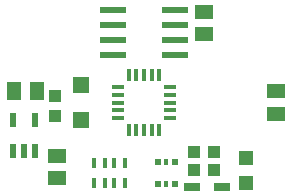
<source format=gbr>
G04 EAGLE Gerber RS-274X export*
G75*
%MOMM*%
%FSLAX34Y34*%
%LPD*%
%INSolderpaste Top*%
%IPPOS*%
%AMOC8*
5,1,8,0,0,1.08239X$1,22.5*%
G01*
%ADD10R,1.100000X0.300000*%
%ADD11R,0.300000X1.100000*%
%ADD12R,2.200000X0.600000*%
%ADD13R,1.240000X1.500000*%
%ADD14R,1.500000X1.240000*%
%ADD15R,1.400000X1.400000*%
%ADD16R,0.550000X1.200000*%
%ADD17R,1.350000X0.800000*%
%ADD18R,1.100000X1.000000*%
%ADD19R,0.500000X0.500000*%
%ADD20R,0.400000X0.500000*%
%ADD21R,0.450000X0.900000*%
%ADD22R,1.200000X1.200000*%
%ADD23R,1.000000X1.100000*%


D10*
X161700Y114000D03*
X161700Y120500D03*
X161700Y127000D03*
X161700Y133500D03*
X161700Y140000D03*
D11*
X152700Y150000D03*
X146200Y150000D03*
X139700Y150000D03*
X133200Y150000D03*
X126700Y150000D03*
D10*
X117700Y140000D03*
X117700Y133500D03*
X117700Y127000D03*
X117700Y120500D03*
X117700Y114000D03*
D11*
X126700Y104000D03*
X133200Y104000D03*
X139700Y104000D03*
X146200Y104000D03*
X152700Y104000D03*
D12*
X113700Y193040D03*
X165700Y193040D03*
X113700Y205740D03*
X113700Y180340D03*
X113700Y167640D03*
X165700Y205740D03*
X165700Y180340D03*
X165700Y167640D03*
D13*
X29870Y137160D03*
X48870Y137160D03*
D14*
X251460Y117500D03*
X251460Y136500D03*
D15*
X86360Y112500D03*
X86360Y141500D03*
D14*
X190500Y203810D03*
X190500Y184810D03*
D16*
X28600Y86059D03*
X38100Y86059D03*
X47600Y86059D03*
X47600Y112061D03*
X28600Y112061D03*
D14*
X66040Y81890D03*
X66040Y62890D03*
D17*
X180340Y55880D03*
X205740Y55880D03*
D18*
X199000Y69850D03*
X182000Y69850D03*
D19*
X151250Y58310D03*
D20*
X158750Y58310D03*
D19*
X166250Y58310D03*
X166250Y76310D03*
D20*
X158750Y76310D03*
D19*
X151250Y76310D03*
D21*
X123490Y58810D03*
X123490Y75810D03*
X114490Y58810D03*
X106490Y58810D03*
X97490Y58810D03*
X97490Y75810D03*
X114490Y75810D03*
X106490Y75810D03*
D22*
X226060Y80350D03*
X226060Y59350D03*
D23*
X64770Y115960D03*
X64770Y132960D03*
D18*
X182000Y85090D03*
X199000Y85090D03*
M02*

</source>
